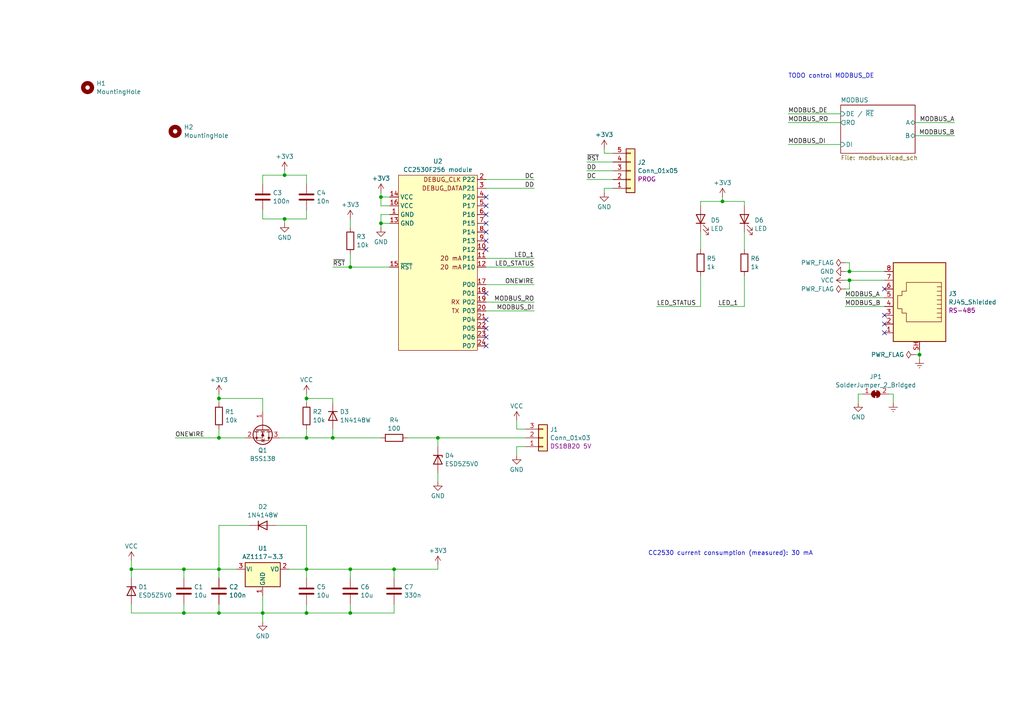
<source format=kicad_sch>
(kicad_sch (version 20230121) (generator eeschema)
  (paper "A4")
  (lib_symbols
    (symbol "Connector:RJ45_Shielded" (pin_names (offset 1.016))
      (property "Reference" "J" (at -5.08 13.97 0))
      (property "Value" "RJ45_Shielded" (at 2.54 13.97 0))
      (symbol "RJ45_Shielded_0_1"
        (polyline (pts (xy -5.08 4.445) (xy -6.35 4.445)))
        (polyline (pts (xy -5.08 5.715) (xy -6.35 5.715)))
        (polyline (pts (xy -6.35 -3.175) (xy -5.08 -3.175) (xy -5.08 -3.175)))
        (polyline (pts (xy -6.35 -1.905) (xy -5.08 -1.905) (xy -5.08 -1.905)))
        (polyline (pts (xy -6.35 -0.635) (xy -5.08 -0.635) (xy -5.08 -0.635)))
        (polyline (pts (xy -6.35 0.635) (xy -5.08 0.635) (xy -5.08 0.635)))
        (polyline (pts (xy -6.35 1.905) (xy -5.08 1.905) (xy -5.08 1.905)))
        (polyline (pts (xy -5.08 3.175) (xy -6.35 3.175) (xy -6.35 3.175)))
        (polyline (pts (xy -6.35 -4.445) (xy -6.35 6.985) (xy 3.81 6.985) (xy 3.81 4.445) (xy 5.08 4.445) (xy 5.08 3.175) (xy 6.35 3.175) (xy 6.35 -0.635) (xy 5.08 -0.635) (xy 5.08 -1.905) (xy 3.81 -1.905) (xy 3.81 -4.445) (xy -6.35 -4.445) (xy -6.35 -4.445)))
        (rectangle (start 7.62 12.7) (end -7.62 -10.16) (stroke (width 0.254)) (fill (type background)))
      )
      (symbol "RJ45_Shielded_1_1"
        (pin passive line (at 10.16 -7.62 180) (length 2.54) (name "~") (number "1"))
        (pin passive line (at 10.16 -5.08 180) (length 2.54) (name "~") (number "2"))
        (pin passive line (at 10.16 -2.54 180) (length 2.54) (name "~") (number "3"))
        (pin passive line (at 10.16 0 180) (length 2.54) (name "~") (number "4"))
        (pin passive line (at 10.16 2.54 180) (length 2.54) (name "~") (number "5"))
        (pin passive line (at 10.16 5.08 180) (length 2.54) (name "~") (number "6"))
        (pin passive line (at 10.16 7.62 180) (length 2.54) (name "~") (number "7"))
        (pin passive line (at 10.16 10.16 180) (length 2.54) (name "~") (number "8"))
        (pin passive line (at 0 -12.7 90) (length 2.54) (name "~") (number "SH"))
      )
    )
    (symbol "Connector_Generic:Conn_01x03" (pin_names (offset 1.016) hide)
      (property "Reference" "J" (at 0 5.08 0))
      (property "Value" "Conn_01x03" (at 0 -5.08 0))
      (symbol "Conn_01x03_1_1"
        (rectangle (start -1.27 -2.413) (end 0 -2.667) (stroke (width 0.1524)))
        (rectangle (start -1.27 0.127) (end 0 -0.127) (stroke (width 0.1524)))
        (rectangle (start -1.27 2.667) (end 0 2.413) (stroke (width 0.1524)))
        (rectangle (start -1.27 3.81) (end 1.27 -3.81) (stroke (width 0.254)) (fill (type background)))
        (pin passive line (at -5.08 2.54 0) (length 3.81) (name "Pin_1") (number "1"))
        (pin passive line (at -5.08 0 0) (length 3.81) (name "Pin_2") (number "2"))
        (pin passive line (at -5.08 -2.54 0) (length 3.81) (name "Pin_3") (number "3"))
      )
    )
    (symbol "Connector_Generic:Conn_01x05" (pin_names (offset 1.016) hide)
      (property "Reference" "J" (at 0 7.62 0))
      (property "Value" "Conn_01x05" (at 0 -7.62 0))
      (symbol "Conn_01x05_1_1"
        (rectangle (start -1.27 -4.953) (end 0 -5.207) (stroke (width 0.1524)))
        (rectangle (start -1.27 -2.413) (end 0 -2.667) (stroke (width 0.1524)))
        (rectangle (start -1.27 0.127) (end 0 -0.127) (stroke (width 0.1524)))
        (rectangle (start -1.27 2.667) (end 0 2.413) (stroke (width 0.1524)))
        (rectangle (start -1.27 5.207) (end 0 4.953) (stroke (width 0.1524)))
        (rectangle (start -1.27 6.35) (end 1.27 -6.35) (stroke (width 0.254)) (fill (type background)))
        (pin passive line (at -5.08 5.08 0) (length 3.81) (name "Pin_1") (number "1"))
        (pin passive line (at -5.08 2.54 0) (length 3.81) (name "Pin_2") (number "2"))
        (pin passive line (at -5.08 0 0) (length 3.81) (name "Pin_3") (number "3"))
        (pin passive line (at -5.08 -2.54 0) (length 3.81) (name "Pin_4") (number "4"))
        (pin passive line (at -5.08 -5.08 0) (length 3.81) (name "Pin_5") (number "5"))
      )
    )
    (symbol "Device:C" (pin_numbers hide) (pin_names (offset 0.254))
      (property "Reference" "C" (at 0.635 2.54 0))
      (property "Value" "C" (at 0.635 -2.54 0))
      (symbol "C_0_1"
        (polyline (pts (xy -2.032 -0.762) (xy 2.032 -0.762)) (stroke (width 0.508)))
        (polyline (pts (xy -2.032 0.762) (xy 2.032 0.762)) (stroke (width 0.508)))
      )
      (symbol "C_1_1"
        (pin passive line (at 0 3.81 270) (length 2.794) (name "~") (number "1"))
        (pin passive line (at 0 -3.81 90) (length 2.794) (name "~") (number "2"))
      )
    )
    (symbol "Device:LED" (pin_numbers hide) (pin_names (offset 1.016) hide)
      (property "Reference" "D" (at 0 2.54 0))
      (property "Value" "LED" (at 0 -2.54 0))
      (symbol "LED_0_1"
        (polyline (pts (xy -1.27 -1.27) (xy -1.27 1.27)) (stroke (width 0.254)))
        (polyline (pts (xy -1.27 0) (xy 1.27 0)))
        (polyline (pts (xy 1.27 -1.27) (xy 1.27 1.27) (xy -1.27 0) (xy 1.27 -1.27)) (stroke (width 0.254)))
        (polyline (pts (xy -3.048 -0.762) (xy -4.572 -2.286) (xy -3.81 -2.286) (xy -4.572 -2.286) (xy -4.572 -1.524)))
        (polyline (pts (xy -1.778 -0.762) (xy -3.302 -2.286) (xy -2.54 -2.286) (xy -3.302 -2.286) (xy -3.302 -1.524)))
      )
      (symbol "LED_1_1"
        (pin passive line (at -3.81 0 0) (length 2.54) (name "K") (number "1"))
        (pin passive line (at 3.81 0 180) (length 2.54) (name "A") (number "2"))
      )
    )
    (symbol "Device:R" (pin_numbers hide) (pin_names (offset 0))
      (property "Reference" "R" (at 2.032 0 90))
      (property "Value" "R" (at 0 0 90))
      (symbol "R_0_1"
        (rectangle (start -1.016 -2.54) (end 1.016 2.54) (stroke (width 0.254)))
      )
      (symbol "R_1_1"
        (pin passive line (at 0 3.81 270) (length 1.27) (name "~") (number "1"))
        (pin passive line (at 0 -3.81 90) (length 1.27) (name "~") (number "2"))
      )
    )
    (symbol "Diode:1N4148W" (pin_numbers hide) (pin_names hide)
      (property "Reference" "D" (at 0 2.54 0))
      (property "Value" "1N4148W" (at 0 -2.54 0))
      (symbol "1N4148W_0_1"
        (polyline (pts (xy -1.27 1.27) (xy -1.27 -1.27)) (stroke (width 0.254)))
        (polyline (pts (xy 1.27 0) (xy -1.27 0)))
        (polyline (pts (xy 1.27 1.27) (xy 1.27 -1.27) (xy -1.27 0) (xy 1.27 1.27)) (stroke (width 0.254)))
      )
      (symbol "1N4148W_1_1"
        (pin passive line (at -3.81 0 0) (length 2.54) (name "K") (number "1"))
        (pin passive line (at 3.81 0 180) (length 2.54) (name "A") (number "2"))
      )
    )
    (symbol "Diode:ESD5Zxx" (pin_numbers hide) (pin_names hide)
      (property "Reference" "D" (at 0 2.54 0))
      (property "Value" "ESD5Zxx" (at 0 -2.54 0))
      (symbol "ESD5Zxx_0_1"
        (polyline (pts (xy 1.27 0) (xy -1.27 0)))
        (polyline (pts (xy -1.27 -1.27) (xy -1.27 1.27) (xy -0.762 1.27)) (stroke (width 0.254)))
        (polyline (pts (xy 1.27 -1.27) (xy 1.27 1.27) (xy -1.27 0) (xy 1.27 -1.27)) (stroke (width 0.254)))
      )
      (symbol "ESD5Zxx_1_1"
        (pin passive line (at -3.81 0 0) (length 2.54) (name "K") (number "1"))
        (pin passive line (at 3.81 0 180) (length 2.54) (name "A") (number "2"))
      )
    )
    (symbol "Jumper:SolderJumper_2_Bridged" (pin_names (offset 0) hide)
      (property "Reference" "JP" (at 0 2.032 0))
      (property "Value" "SolderJumper_2_Bridged" (at 0 -2.54 0))
      (symbol "SolderJumper_2_Bridged_0_1"
        (rectangle (start -0.508 0.508) (end 0.508 -0.508) (fill (type outline)))
        (arc (start -0.254 1.016) (mid -1.2656 0) (end -0.254 -1.016))
        (arc (start -0.254 1.016) (mid -1.2656 0) (end -0.254 -1.016) (fill (type outline)))
        (polyline (pts (xy -0.254 1.016) (xy -0.254 -1.016)))
        (polyline (pts (xy 0.254 1.016) (xy 0.254 -1.016)))
        (arc (start 0.254 -1.016) (mid 1.2656 0) (end 0.254 1.016))
        (arc (start 0.254 -1.016) (mid 1.2656 0) (end 0.254 1.016) (fill (type outline)))
      )
      (symbol "SolderJumper_2_Bridged_1_1"
        (pin passive line (at -3.81 0 0) (length 2.54) (name "A") (number "1"))
        (pin passive line (at 3.81 0 180) (length 2.54) (name "B") (number "2"))
      )
    )
    (symbol "Mechanical:MountingHole" (pin_names (offset 1.016))
      (property "Reference" "H" (at 0 5.08 0))
      (property "Value" "MountingHole" (at 0 3.175 0))
      (symbol "MountingHole_0_1"
        (circle (center 0 0) (radius 1.27) (stroke (width 1.27)))
      )
    )
    (symbol "Regulator_Linear:AZ1117-3.3" (pin_names (offset 0.254))
      (property "Reference" "U" (at -3.81 3.175 0))
      (property "Value" "AZ1117-3.3" (at 0 3.175 0))
      (symbol "AZ1117-3.3_0_1"
        (rectangle (start -5.08 1.905) (end 5.08 -5.08) (stroke (width 0.254)) (fill (type background)))
      )
      (symbol "AZ1117-3.3_1_1"
        (pin power_in line (at 0 -7.62 90) (length 2.54) (name "GND") (number "1"))
        (pin power_out line (at 7.62 0 180) (length 2.54) (name "VO") (number "2"))
        (pin power_in line (at -7.62 0 0) (length 2.54) (name "VI") (number "3"))
      )
    )
    (symbol "Transistor_FET:BSS138" (pin_names hide)
      (property "Reference" "Q" (at 5.08 1.905 0))
      (property "Value" "BSS138" (at 5.08 0 0))
      (symbol "BSS138_0_1"
        (polyline (pts (xy 0.254 0) (xy -2.54 0)))
        (polyline (pts (xy 0.254 1.905) (xy 0.254 -1.905)) (stroke (width 0.254)))
        (polyline (pts (xy 0.762 -1.27) (xy 0.762 -2.286)) (stroke (width 0.254)))
        (polyline (pts (xy 0.762 0.508) (xy 0.762 -0.508)) (stroke (width 0.254)))
        (polyline (pts (xy 0.762 2.286) (xy 0.762 1.27)) (stroke (width 0.254)))
        (polyline (pts (xy 2.54 2.54) (xy 2.54 1.778)))
        (polyline (pts (xy 2.54 -2.54) (xy 2.54 0) (xy 0.762 0)))
        (polyline (pts (xy 0.762 -1.778) (xy 3.302 -1.778) (xy 3.302 1.778) (xy 0.762 1.778)))
        (polyline (pts (xy 1.016 0) (xy 2.032 0.381) (xy 2.032 -0.381) (xy 1.016 0)) (fill (type outline)))
        (polyline (pts (xy 2.794 0.508) (xy 2.921 0.381) (xy 3.683 0.381) (xy 3.81 0.254)))
        (polyline (pts (xy 3.302 0.381) (xy 2.921 -0.254) (xy 3.683 -0.254) (xy 3.302 0.381)))
        (circle (center 1.651 0) (radius 2.794) (stroke (width 0.254)))
        (circle (center 2.54 -1.778) (radius 0.254) (fill (type outline)))
        (circle (center 2.54 1.778) (radius 0.254) (fill (type outline)))
      )
      (symbol "BSS138_1_1"
        (pin input line (at -5.08 0 0) (length 2.54) (name "G") (number "1"))
        (pin passive line (at 2.54 -5.08 90) (length 2.54) (name "S") (number "2"))
        (pin passive line (at 2.54 5.08 270) (length 2.54) (name "D") (number "3"))
      )
    )
    (symbol "ondra:CC2530F256_module"
      (property "Reference" "U" (at 0 29.21 0))
      (property "Value" "CC2530F256 module" (at 0 26.67 0))
      (symbol "CC2530F256_module_1_1"
        (rectangle (start -11.43 25.4) (end 11.43 -25.4) (fill (type background)))
        (text "20 mA" (at 3.81 -1.27 0) (effects (font (size 1.27 1.27))))
        (text "20 mA" (at 3.81 1.27 0) (effects (font (size 1.27 1.27))))
        (text "DEBUG_CLK" (at 1.27 24.13 0) (effects (font (size 1.27 1.27))))
        (text "DEBUG_DATA" (at 1.27 21.59 0) (effects (font (size 1.27 1.27))))
        (text "RX" (at 5.08 -11.43 0) (effects (font (size 1.27 1.27))))
        (text "TX" (at 5.08 -13.97 0) (effects (font (size 1.27 1.27))))
        (pin power_in line (at -13.97 13.97 0) (length 2.54) (name "GND") (number "1"))
        (pin bidirectional line (at 13.97 3.81 180) (length 2.54) (name "P12") (number "10"))
        (pin bidirectional line (at 13.97 1.27 180) (length 2.54) (name "P11") (number "11"))
        (pin bidirectional line (at 13.97 -1.27 180) (length 2.54) (name "P10") (number "12"))
        (pin power_in line (at -13.97 11.43 0) (length 2.54) (name "GND") (number "13"))
        (pin power_in line (at -13.97 19.05 0) (length 2.54) (name "VCC") (number "14"))
        (pin input line (at -13.97 -1.27 0) (length 2.54) (name "~{RST}") (number "15"))
        (pin power_in line (at -13.97 16.51 0) (length 2.54) (name "VCC") (number "16"))
        (pin bidirectional line (at 13.97 -6.35 180) (length 2.54) (name "P00") (number "17"))
        (pin bidirectional line (at 13.97 -8.89 180) (length 2.54) (name "P01") (number "18"))
        (pin bidirectional line (at 13.97 -11.43 180) (length 2.54) (name "P02") (number "19"))
        (pin bidirectional line (at 13.97 24.13 180) (length 2.54) (name "P22") (number "2"))
        (pin bidirectional line (at 13.97 -13.97 180) (length 2.54) (name "P03") (number "20"))
        (pin bidirectional line (at 13.97 -16.51 180) (length 2.54) (name "P04") (number "21"))
        (pin bidirectional line (at 13.97 -19.05 180) (length 2.54) (name "P05") (number "22"))
        (pin bidirectional line (at 13.97 -21.59 180) (length 2.54) (name "P06") (number "23"))
        (pin bidirectional line (at 13.97 -24.13 180) (length 2.54) (name "P07") (number "24"))
        (pin bidirectional line (at 13.97 21.59 180) (length 2.54) (name "P21") (number "3"))
        (pin bidirectional line (at 13.97 19.05 180) (length 2.54) (name "P20") (number "4"))
        (pin bidirectional line (at 13.97 16.51 180) (length 2.54) (name "P17") (number "5"))
        (pin bidirectional line (at 13.97 13.97 180) (length 2.54) (name "P16") (number "6"))
        (pin bidirectional line (at 13.97 11.43 180) (length 2.54) (name "P15") (number "7"))
        (pin bidirectional line (at 13.97 8.89 180) (length 2.54) (name "P14") (number "8"))
        (pin bidirectional line (at 13.97 6.35 180) (length 2.54) (name "P13") (number "9"))
      )
    )
    (symbol "power:+3V3" (power) (pin_names (offset 0))
      (property "Value" "+3V3" (at 0 3.556 0))
      (symbol "+3V3_0_1"
        (polyline (pts (xy -0.762 1.27) (xy 0 2.54)))
        (polyline (pts (xy 0 0) (xy 0 2.54)))
        (polyline (pts (xy 0 2.54) (xy 0.762 1.27)))
      )
      (symbol "+3V3_1_1"
        (pin power_in line (at 0 0 90) (length 0) hide (name "+3V3") (number "1"))
      )
    )
    (symbol "power:Earth" (power) (pin_names (offset 0))
      (symbol "Earth_0_1"
        (polyline (pts (xy -0.635 -1.905) (xy 0.635 -1.905)))
        (polyline (pts (xy -0.127 -2.54) (xy 0.127 -2.54)))
        (polyline (pts (xy 0 -1.27) (xy 0 0)))
        (polyline (pts (xy 1.27 -1.27) (xy -1.27 -1.27)))
      )
      (symbol "Earth_1_1"
        (pin power_in line (at 0 0 270) (length 0) hide (name "Earth") (number "1"))
      )
    )
    (symbol "power:GND" (power) (pin_names (offset 0))
      (property "Value" "GND" (at 0 -3.81 0))
      (symbol "GND_0_1"
        (polyline (pts (xy 0 0) (xy 0 -1.27) (xy 1.27 -1.27) (xy 0 -2.54) (xy -1.27 -1.27) (xy 0 -1.27)))
      )
      (symbol "GND_1_1"
        (pin power_in line (at 0 0 270) (length 0) hide (name "GND") (number "1"))
      )
    )
    (symbol "power:PWR_FLAG" (power) (pin_numbers hide) (pin_names (offset 0) hide)
      (property "Value" "PWR_FLAG" (at 0 3.81 0))
      (symbol "PWR_FLAG_0_0"
        (pin power_out line (at 0 0 90) (length 0) (name "pwr") (number "1"))
      )
      (symbol "PWR_FLAG_0_1"
        (polyline (pts (xy 0 0) (xy 0 1.27) (xy -1.016 1.905) (xy 0 2.54) (xy 1.016 1.905) (xy 0 1.27)))
      )
    )
    (symbol "power:VCC" (power) (pin_names (offset 0))
      (property "Value" "VCC" (at 0 3.81 0))
      (symbol "VCC_0_1"
        (polyline (pts (xy -0.762 1.27) (xy 0 2.54)))
        (polyline (pts (xy 0 0) (xy 0 2.54)))
        (polyline (pts (xy 0 2.54) (xy 0.762 1.27)))
      )
      (symbol "VCC_1_1"
        (pin power_in line (at 0 0 90) (length 0) hide (name "VCC") (number "1"))
      )
    )
  )
  (junction (at 63.5 177.8))
  (junction (at 53.34 165.1))
  (junction (at 110.49 57.15))
  (junction (at 63.5 115.57))
  (junction (at 82.55 63.5))
  (junction (at 88.9 115.57))
  (junction (at 110.49 64.77))
  (junction (at 82.55 50.8))
  (junction (at 38.1 165.1))
  (junction (at 266.7 102.87))
  (junction (at 88.9 127))
  (junction (at 114.3 165.1))
  (junction (at 101.6 165.1))
  (junction (at 53.34 177.8))
  (junction (at 88.9 177.8))
  (junction (at 76.2 177.8))
  (junction (at 127 127))
  (junction (at 96.52 127))
  (junction (at 246.38 81.28))
  (junction (at 63.5 165.1))
  (junction (at 209.55 58.42))
  (junction (at 63.5 127))
  (junction (at 101.6 177.8))
  (junction (at 246.38 78.74))
  (junction (at 88.9 165.1))
  (junction (at 101.6 77.47))
  (no_connect (at 140.97 59.69))
  (no_connect (at 140.97 95.25))
  (no_connect (at 140.97 85.09))
  (no_connect (at 140.97 92.71))
  (no_connect (at 256.54 83.82))
  (no_connect (at 140.97 100.33))
  (no_connect (at 140.97 62.23))
  (no_connect (at 140.97 72.39))
  (no_connect (at 256.54 91.44))
  (no_connect (at 256.54 93.98))
  (no_connect (at 256.54 96.52))
  (no_connect (at 140.97 97.79))
  (no_connect (at 140.97 64.77))
  (no_connect (at 140.97 69.85))
  (no_connect (at 140.97 57.15))
  (no_connect (at 140.97 67.31))
  (wire (pts (xy 149.86 132.08) (xy 149.86 129.54)))
  (wire (pts (xy 245.11 78.74) (xy 246.38 78.74)))
  (wire (pts (xy 208.28 88.9) (xy 215.9 88.9)))
  (wire (pts (xy 140.97 54.61) (xy 154.94 54.61)))
  (wire (pts (xy 140.97 82.55) (xy 154.94 82.55)))
  (wire (pts (xy 149.86 121.92) (xy 149.86 124.46)))
  (wire (pts (xy 246.38 83.82) (xy 246.38 81.28)))
  (wire (pts (xy 175.26 43.18) (xy 175.26 44.45)))
  (wire (pts (xy 101.6 73.66) (xy 101.6 77.47)))
  (wire (pts (xy 53.34 165.1) (xy 53.34 167.64)))
  (wire (pts (xy 88.9 165.1) (xy 88.9 167.64)))
  (wire (pts (xy 96.52 116.84) (xy 96.52 115.57)))
  (wire (pts (xy 101.6 165.1) (xy 101.6 167.64)))
  (wire (pts (xy 63.5 124.46) (xy 63.5 127)))
  (wire (pts (xy 140.97 90.17) (xy 154.94 90.17)))
  (wire (pts (xy 140.97 52.07) (xy 154.94 52.07)))
  (wire (pts (xy 63.5 114.3) (xy 63.5 115.57)))
  (wire (pts (xy 76.2 115.57) (xy 63.5 115.57)))
  (wire (pts (xy 203.2 67.31) (xy 203.2 72.39)))
  (wire (pts (xy 175.26 55.88) (xy 175.26 54.61)))
  (wire (pts (xy 96.52 115.57) (xy 88.9 115.57)))
  (wire (pts (xy 170.18 49.53) (xy 177.8 49.53)))
  (wire (pts (xy 88.9 63.5) (xy 88.9 60.96)))
  (wire (pts (xy 88.9 127) (xy 96.52 127)))
  (wire (pts (xy 140.97 87.63) (xy 154.94 87.63)))
  (wire (pts (xy 190.5 88.9) (xy 203.2 88.9)))
  (wire (pts (xy 175.26 44.45) (xy 177.8 44.45)))
  (wire (pts (xy 76.2 60.96) (xy 76.2 63.5)))
  (wire (pts (xy 101.6 63.5) (xy 101.6 66.04)))
  (wire (pts (xy 101.6 77.47) (xy 113.03 77.47)))
  (wire (pts (xy 63.5 115.57) (xy 63.5 116.84)))
  (wire (pts (xy 246.38 78.74) (xy 256.54 78.74)))
  (wire (pts (xy 114.3 175.26) (xy 114.3 177.8)))
  (wire (pts (xy 140.97 77.47) (xy 154.94 77.47)))
  (wire (pts (xy 245.11 76.2) (xy 246.38 76.2)))
  (wire (pts (xy 170.18 46.99) (xy 177.8 46.99)))
  (wire (pts (xy 113.03 59.69) (xy 110.49 59.69)))
  (wire (pts (xy 149.86 124.46) (xy 152.4 124.46)))
  (wire (pts (xy 63.5 152.4) (xy 63.5 165.1)))
  (wire (pts (xy 63.5 177.8) (xy 76.2 177.8)))
  (wire (pts (xy 50.8 127) (xy 63.5 127)))
  (wire (pts (xy 265.43 39.37) (xy 276.86 39.37)))
  (wire (pts (xy 110.49 57.15) (xy 113.03 57.15)))
  (wire (pts (xy 228.6 41.91) (xy 243.84 41.91)))
  (wire (pts (xy 110.49 64.77) (xy 110.49 62.23)))
  (wire (pts (xy 203.2 88.9) (xy 203.2 80.01)))
  (wire (pts (xy 245.11 81.28) (xy 246.38 81.28)))
  (wire (pts (xy 114.3 177.8) (xy 101.6 177.8)))
  (wire (pts (xy 127 165.1) (xy 114.3 165.1)))
  (wire (pts (xy 96.52 77.47) (xy 101.6 77.47)))
  (wire (pts (xy 209.55 58.42) (xy 203.2 58.42)))
  (wire (pts (xy 80.01 152.4) (xy 88.9 152.4)))
  (wire (pts (xy 245.11 86.36) (xy 256.54 86.36)))
  (wire (pts (xy 114.3 165.1) (xy 101.6 165.1)))
  (wire (pts (xy 215.9 58.42) (xy 209.55 58.42)))
  (wire (pts (xy 248.92 114.3) (xy 250.19 114.3)))
  (wire (pts (xy 127 163.83) (xy 127 165.1)))
  (wire (pts (xy 209.55 57.15) (xy 209.55 58.42)))
  (wire (pts (xy 76.2 50.8) (xy 82.55 50.8)))
  (wire (pts (xy 76.2 172.72) (xy 76.2 177.8)))
  (wire (pts (xy 63.5 175.26) (xy 63.5 177.8)))
  (wire (pts (xy 265.43 35.56) (xy 276.86 35.56)))
  (wire (pts (xy 228.6 33.02) (xy 243.84 33.02)))
  (wire (pts (xy 127 137.16) (xy 127 139.7)))
  (wire (pts (xy 203.2 58.42) (xy 203.2 59.69)))
  (wire (pts (xy 127 129.54) (xy 127 127)))
  (wire (pts (xy 53.34 165.1) (xy 63.5 165.1)))
  (wire (pts (xy 127 127) (xy 152.4 127)))
  (wire (pts (xy 96.52 127) (xy 110.49 127)))
  (wire (pts (xy 246.38 76.2) (xy 246.38 78.74)))
  (wire (pts (xy 76.2 177.8) (xy 76.2 180.34)))
  (wire (pts (xy 88.9 177.8) (xy 76.2 177.8)))
  (wire (pts (xy 53.34 175.26) (xy 53.34 177.8)))
  (wire (pts (xy 81.28 127) (xy 88.9 127)))
  (wire (pts (xy 53.34 177.8) (xy 63.5 177.8)))
  (wire (pts (xy 88.9 165.1) (xy 83.82 165.1)))
  (wire (pts (xy 110.49 59.69) (xy 110.49 57.15)))
  (wire (pts (xy 175.26 54.61) (xy 177.8 54.61)))
  (wire (pts (xy 245.11 88.9) (xy 256.54 88.9)))
  (wire (pts (xy 101.6 177.8) (xy 88.9 177.8)))
  (wire (pts (xy 88.9 50.8) (xy 88.9 53.34)))
  (wire (pts (xy 215.9 67.31) (xy 215.9 72.39)))
  (wire (pts (xy 246.38 81.28) (xy 256.54 81.28)))
  (wire (pts (xy 140.97 74.93) (xy 154.94 74.93)))
  (wire (pts (xy 228.6 35.56) (xy 243.84 35.56)))
  (wire (pts (xy 82.55 63.5) (xy 88.9 63.5)))
  (wire (pts (xy 38.1 162.56) (xy 38.1 165.1)))
  (wire (pts (xy 113.03 64.77) (xy 110.49 64.77)))
  (wire (pts (xy 266.7 101.6) (xy 266.7 102.87)))
  (wire (pts (xy 38.1 177.8) (xy 53.34 177.8)))
  (wire (pts (xy 38.1 165.1) (xy 38.1 167.64)))
  (wire (pts (xy 38.1 165.1) (xy 53.34 165.1)))
  (wire (pts (xy 215.9 88.9) (xy 215.9 80.01)))
  (wire (pts (xy 110.49 64.77) (xy 110.49 66.04)))
  (wire (pts (xy 72.39 152.4) (xy 63.5 152.4)))
  (wire (pts (xy 63.5 167.64) (xy 63.5 165.1)))
  (wire (pts (xy 88.9 115.57) (xy 88.9 116.84)))
  (wire (pts (xy 88.9 152.4) (xy 88.9 165.1)))
  (wire (pts (xy 266.7 102.87) (xy 266.7 104.14)))
  (wire (pts (xy 149.86 129.54) (xy 152.4 129.54)))
  (wire (pts (xy 215.9 59.69) (xy 215.9 58.42)))
  (wire (pts (xy 82.55 50.8) (xy 88.9 50.8)))
  (wire (pts (xy 38.1 175.26) (xy 38.1 177.8)))
  (wire (pts (xy 82.55 63.5) (xy 82.55 64.77)))
  (wire (pts (xy 259.08 114.3) (xy 257.81 114.3)))
  (wire (pts (xy 127 127) (xy 118.11 127)))
  (wire (pts (xy 259.08 116.84) (xy 259.08 114.3)))
  (wire (pts (xy 110.49 62.23) (xy 113.03 62.23)))
  (wire (pts (xy 114.3 165.1) (xy 114.3 167.64)))
  (wire (pts (xy 248.92 116.84) (xy 248.92 114.3)))
  (wire (pts (xy 76.2 53.34) (xy 76.2 50.8)))
  (wire (pts (xy 76.2 115.57) (xy 76.2 119.38)))
  (wire (pts (xy 88.9 175.26) (xy 88.9 177.8)))
  (wire (pts (xy 63.5 127) (xy 71.12 127)))
  (wire (pts (xy 245.11 83.82) (xy 246.38 83.82)))
  (wire (pts (xy 96.52 124.46) (xy 96.52 127)))
  (wire (pts (xy 265.43 102.87) (xy 266.7 102.87)))
  (wire (pts (xy 110.49 55.88) (xy 110.49 57.15)))
  (wire (pts (xy 88.9 127) (xy 88.9 124.46)))
  (wire (pts (xy 170.18 52.07) (xy 177.8 52.07)))
  (wire (pts (xy 101.6 165.1) (xy 88.9 165.1)))
  (wire (pts (xy 88.9 114.3) (xy 88.9 115.57)))
  (wire (pts (xy 101.6 175.26) (xy 101.6 177.8)))
  (wire (pts (xy 63.5 165.1) (xy 68.58 165.1)))
  (wire (pts (xy 82.55 49.53) (xy 82.55 50.8)))
  (wire (pts (xy 76.2 63.5) (xy 82.55 63.5)))
  (text "TODO control MODBUS_DE" (at 228.6 22.86 0) (effects (font (size 1.27 1.27)) (justify left bottom)))
  (text "CC2530 current consumption (measured): 30 mA" (at 187.96 161.29 0) (effects (font (size 1.27 1.27)) (justify left bottom)))
  (label "MODBUS_DE" (at 228.6 33.02 0))
  (label "MODBUS_RO" (at 228.6 35.56 0))
  (label "MODBUS_DI" (at 154.94 90.17 180))
  (label "DD" (at 170.18 49.53 0))
  (label "MODBUS_RO" (at 154.94 87.63 180))
  (label "MODBUS_DI" (at 228.6 41.91 0))
  (label "~{RST}" (at 96.52 77.47 0))
  (label "LED_STATUS" (at 154.94 77.47 180))
  (label "~{RST}" (at 170.18 46.99 0))
  (label "ONEWIRE" (at 50.8 127 0))
  (label "MODBUS_A" (at 276.86 35.56 180))
  (label "MODBUS_B" (at 276.86 39.37 180))
  (label "LED_STATUS" (at 190.5 88.9 0))
  (label "ONEWIRE" (at 154.94 82.55 180))
  (label "DC" (at 170.18 52.07 0))
  (label "LED_1" (at 154.94 74.93 180))
  (label "MODBUS_B" (at 245.11 88.9 0))
  (label "MODBUS_A" (at 245.11 86.36 0))
  (label "LED_1" (at 208.28 88.9 0))
  (label "DD" (at 154.94 54.61 180))
  (label "DC" (at 154.94 52.07 180))
  (symbol (lib_id "power:PWR_FLAG") (at 245.11 76.2 90) (unit 1)
    (property "Reference" "#FLG01" (effects hide))
    (property "Value" "PWR_FLAG" (at 241.9351 76.2 90) (effects (justify left)))
  )
  (symbol (lib_id "power:GND") (at 82.55 64.77 0) (unit 1)
    (property "Reference" "#PWR05" (effects hide))
    (property "Value" "GND" (at 82.55 68.9031 0))
  )
  (symbol (lib_id "Jumper:SolderJumper_2_Bridged") (at 254 114.3 0) (unit 1)
    (property "Reference" "JP1" (at 254 109.2667 0))
    (property "Value" "SolderJumper_2_Bridged" (at 254 111.6909 0))
    (property "Footprint" "Jumper:SolderJumper-2_P1.3mm_Bridged_RoundedPad1.0x1.5mm" (effects hide))
  )
  (symbol (lib_id "power:Earth") (at 266.7 104.14 0) (unit 1)
    (property "Reference" "#PWR021" (effects hide))
    (property "Value" "Earth" (effects hide))
  )
  (symbol (lib_id "power:+3V3") (at 110.49 55.88 0) (unit 1)
    (property "Reference" "#PWR08" (effects hide))
    (property "Value" "+3V3" (at 110.49 51.7469 0))
  )
  (symbol (lib_id "Diode:1N4148W") (at 76.2 152.4 0) (unit 1)
    (property "Reference" "D2" (at 76.2 146.9857 0))
    (property "Value" "1N4148W" (at 76.2 149.4099 0))
    (property "Footprint" "Diode_SMD:D_SOD-123" (effects hide))
    (property "Datasheet" "https://www.vishay.com/docs/85748/1n4148w.pdf" (effects hide))
    (property "Sim.Device" "D" (effects hide))
    (property "Sim.Pins" "1=K 2=A" (effects hide))
  )
  (symbol (lib_id "Device:LED") (at 203.2 63.5 90) (unit 1)
    (property "Reference" "D5" (at 206.121 63.8754 90) (effects (justify right)))
    (property "Value" "LED" (at 206.121 66.2996 90) (effects (justify right)))
    (property "Footprint" "LED_THT:LED_D3.0mm" (effects hide))
  )
  (symbol (lib_id "Device:R") (at 114.3 127 90) (unit 1)
    (property "Reference" "R4" (at 114.3 121.8397 90))
    (property "Value" "100" (at 114.3 124.2639 90))
    (property "Footprint" "Resistor_SMD:R_1206_3216Metric_Pad1.30x1.75mm_HandSolder" (effects hide))
  )
  (symbol (lib_id "power:VCC") (at 38.1 162.56 0) (unit 1)
    (property "Reference" "#PWR01" (effects hide))
    (property "Value" "VCC" (at 38.1 158.4269 0))
  )
  (symbol (lib_id "power:PWR_FLAG") (at 265.43 102.87 90) (unit 1)
    (property "Reference" "#FLG03" (effects hide))
    (property "Value" "PWR_FLAG" (at 262.2551 102.87 90) (effects (justify left)))
  )
  (symbol (lib_id "Connector_Generic:Conn_01x03") (at 157.48 127 0) (mirror x) (unit 1)
    (property "Reference" "J1" (at 159.512 124.5758 0) (effects (justify left)))
    (property "Value" "Conn_01x03" (at 159.512 127 0) (effects (justify left)))
    (property "Footprint" "Connector_Molex:Molex_KK-254_AE-6410-03A_1x03_P2.54mm_Vertical" (effects hide))
    (property "Label" "DS18B20 5V" (at 159.512 129.4242 0) (effects (justify left)))
  )
  (symbol (lib_id "Connector:RJ45_Shielded") (at 266.7 88.9 0) (mirror y) (unit 1)
    (property "Reference" "J3" (at 275.082 85.2058 0) (effects (justify right)))
    (property "Value" "RJ45_Shielded" (at 275.082 87.63 0) (effects (justify right)))
    (property "Footprint" "Connector_RJ:RJ45_HALO_HFJ11-x2450HRL_Horizontal" (effects hide))
    (property "Label" "RS-485" (at 275.082 90.0542 0) (effects (justify right)))
  )
  (symbol (lib_id "Connector_Generic:Conn_01x05") (at 182.88 49.53 0) (mirror x) (unit 1)
    (property "Reference" "J2" (at 184.912 47.1058 0) (effects (justify left)))
    (property "Value" "Conn_01x05" (at 184.912 49.53 0) (effects (justify left)))
    (property "Footprint" "Connector_Molex:Molex_KK-254_AE-6410-05A_1x05_P2.54mm_Vertical" (effects hide))
    (property "Label" "PROG" (at 184.912 51.9542 0) (effects (justify left)))
  )
  (symbol (lib_id "Device:C") (at 76.2 57.15 0) (unit 1)
    (property "Reference" "C3" (at 79.121 55.9379 0) (effects (justify left)))
    (property "Value" "100n" (at 79.121 58.3621 0) (effects (justify left)))
    (property "Footprint" "Capacitor_SMD:C_1206_3216Metric_Pad1.33x1.80mm_HandSolder" (effects hide))
  )
  (symbol (lib_id "power:VCC") (at 245.11 81.28 90) (unit 1)
    (property "Reference" "#PWR018" (effects hide))
    (property "Value" "VCC" (at 241.935 81.28 90) (effects (justify left)))
  )
  (symbol (lib_id "power:VCC") (at 88.9 114.3 0) (unit 1)
    (property "Reference" "#PWR06" (effects hide))
    (property "Value" "VCC" (at 88.9 110.1669 0))
  )
  (symbol (lib_id "power:GND") (at 76.2 180.34 0) (unit 1)
    (property "Reference" "#PWR03" (effects hide))
    (property "Value" "GND" (at 76.2 184.4731 0))
  )
  (symbol (lib_id "power:GND") (at 149.86 132.08 0) (unit 1)
    (property "Reference" "#PWR013" (effects hide))
    (property "Value" "GND" (at 149.86 136.2131 0))
  )
  (symbol (lib_id "Device:R") (at 215.9 76.2 0) (unit 1)
    (property "Reference" "R6" (at 217.678 74.9879 0) (effects (justify left)))
    (property "Value" "1k" (at 217.678 77.4121 0) (effects (justify left)))
    (property "Footprint" "Resistor_SMD:R_1206_3216Metric_Pad1.30x1.75mm_HandSolder" (effects hide))
  )
  (symbol (lib_id "Device:LED") (at 215.9 63.5 90) (unit 1)
    (property "Reference" "D6" (at 218.821 63.8754 90) (effects (justify right)))
    (property "Value" "LED" (at 218.821 66.2996 90) (effects (justify right)))
    (property "Footprint" "LED_THT:LED_D3.0mm" (effects hide))
  )
  (symbol (lib_id "Mechanical:MountingHole") (at 50.8 38.1 0) (unit 1)
    (property "Reference" "H2" (at 53.34 36.8879 0) (effects (justify left)))
    (property "Value" "MountingHole" (at 53.34 39.3121 0) (effects (justify left)))
    (property "Footprint" "MountingHole:MountingHole_3.2mm_M3" (effects hide))
  )
  (symbol (lib_id "ondra:CC2530F256_module") (at 127 76.2 0) (unit 1)
    (property "Reference" "U2" (at 127 46.7827 0))
    (property "Value" "CC2530F256 module" (at 127 49.2069 0))
    (property "Footprint" "ondra:CC2530F256_module" (effects hide))
    (property "Datasheet" "https://www.ti.com/lit/ds/symlink/cc2530.pdf" (effects hide))
  )
  (symbol (lib_id "power:+3V3") (at 175.26 43.18 0) (unit 1)
    (property "Reference" "#PWR014" (effects hide))
    (property "Value" "+3V3" (at 175.26 39.0469 0))
  )
  (symbol (lib_id "power:GND") (at 248.92 116.84 0) (unit 1)
    (property "Reference" "#PWR019" (effects hide))
    (property "Value" "GND" (at 248.92 120.9731 0))
  )
  (symbol (lib_id "power:+3V3") (at 127 163.83 0) (unit 1)
    (property "Reference" "#PWR011" (effects hide))
    (property "Value" "+3V3" (at 127 159.6969 0))
  )
  (symbol (lib_id "Device:C") (at 88.9 57.15 0) (unit 1)
    (property "Reference" "C4" (at 91.821 55.9379 0) (effects (justify left)))
    (property "Value" "10n" (at 91.821 58.3621 0) (effects (justify left)))
    (property "Footprint" "Capacitor_SMD:C_1206_3216Metric_Pad1.33x1.80mm_HandSolder" (effects hide))
  )
  (symbol (lib_id "Device:C") (at 53.34 171.45 0) (unit 1)
    (property "Reference" "C1" (at 56.261 170.2379 0) (effects (justify left)))
    (property "Value" "10u" (at 56.261 172.6621 0) (effects (justify left)))
    (property "Footprint" "Capacitor_SMD:C_1206_3216Metric_Pad1.33x1.80mm_HandSolder" (effects hide))
  )
  (symbol (lib_id "power:GND") (at 110.49 66.04 0) (unit 1)
    (property "Reference" "#PWR09" (effects hide))
    (property "Value" "GND" (at 110.49 70.1731 0))
  )
  (symbol (lib_id "power:PWR_FLAG") (at 245.11 83.82 90) (unit 1)
    (property "Reference" "#FLG02" (effects hide))
    (property "Value" "PWR_FLAG" (at 241.9351 83.82 90) (effects (justify left)))
  )
  (symbol (lib_id "Diode:ESD5Zxx") (at 127 133.35 270) (unit 1)
    (property "Reference" "D4" (at 129.032 132.1379 90) (effects (justify left)))
    (property "Value" "ESD5Z5V0" (at 129.032 134.5621 90) (effects (justify left)))
    (property "Footprint" "Diode_SMD:D_SOD-523" (effects hide))
    (property "Datasheet" "https://www.tme.eu/Document/ce6dc2b16f15e75cb22a06d57779cb3c/esd5z2v5.pdf" (effects hide))
    (property "TME" "https://www.tme.eu/cz/details/esd5z5v0-dio/transil-diody-jednosmerne-smd/diotec-semiconductor/esd5z5v0/" (effects hide))
  )
  (symbol (lib_id "Device:C") (at 101.6 171.45 0) (unit 1)
    (property "Reference" "C6" (at 104.521 170.2379 0) (effects (justify left)))
    (property "Value" "10u" (at 104.521 172.6621 0) (effects (justify left)))
    (property "Footprint" "Capacitor_SMD:C_1206_3216Metric_Pad1.33x1.80mm_HandSolder" (effects hide))
  )
  (symbol (lib_id "power:Earth") (at 259.08 116.84 0) (unit 1)
    (property "Reference" "#PWR020" (effects hide))
    (property "Value" "Earth" (effects hide))
  )
  (symbol (lib_id "power:+3V3") (at 101.6 63.5 0) (unit 1)
    (property "Reference" "#PWR07" (effects hide))
    (property "Value" "+3V3" (at 101.6 59.3669 0))
  )
  (symbol (lib_id "Device:C") (at 88.9 171.45 0) (unit 1)
    (property "Reference" "C5" (at 91.821 170.2379 0) (effects (justify left)))
    (property "Value" "10u" (at 91.821 172.6621 0) (effects (justify left)))
    (property "Footprint" "Capacitor_SMD:C_1206_3216Metric_Pad1.33x1.80mm_HandSolder" (effects hide))
  )
  (symbol (lib_id "Mechanical:MountingHole") (at 25.4 25.4 0) (unit 1)
    (property "Reference" "H1" (at 27.94 24.1879 0) (effects (justify left)))
    (property "Value" "MountingHole" (at 27.94 26.6121 0) (effects (justify left)))
    (property "Footprint" "MountingHole:MountingHole_3.2mm_M3" (effects hide))
  )
  (symbol (lib_id "power:+3V3") (at 63.5 114.3 0) (unit 1)
    (property "Reference" "#PWR02" (effects hide))
    (property "Value" "+3V3" (at 63.5 110.1669 0))
  )
  (symbol (lib_id "power:GND") (at 127 139.7 0) (unit 1)
    (property "Reference" "#PWR010" (effects hide))
    (property "Value" "GND" (at 127 143.8331 0))
  )
  (symbol (lib_id "Diode:ESD5Zxx") (at 38.1 171.45 270) (unit 1)
    (property "Reference" "D1" (at 40.132 170.2379 90) (effects (justify left)))
    (property "Value" "ESD5Z5V0" (at 40.132 172.6621 90) (effects (justify left)))
    (property "Footprint" "Diode_SMD:D_SOD-523" (effects hide))
    (property "Datasheet" "https://www.tme.eu/Document/ce6dc2b16f15e75cb22a06d57779cb3c/esd5z2v5.pdf" (effects hide))
    (property "TME" "https://www.tme.eu/cz/details/esd5z5v0-dio/transil-diody-jednosmerne-smd/diotec-semiconductor/esd5z5v0/" (effects hide))
  )
  (symbol (lib_id "Device:R") (at 101.6 69.85 0) (unit 1)
    (property "Reference" "R3" (at 103.378 68.6379 0) (effects (justify left)))
    (property "Value" "10k" (at 103.378 71.0621 0) (effects (justify left)))
    (property "Footprint" "Resistor_SMD:R_1206_3216Metric_Pad1.30x1.75mm_HandSolder" (effects hide))
  )
  (symbol (lib_id "power:+3V3") (at 209.55 57.15 0) (unit 1)
    (property "Reference" "#PWR016" (effects hide))
    (property "Value" "+3V3" (at 209.55 53.0169 0))
  )
  (symbol (lib_id "power:GND") (at 175.26 55.88 0) (unit 1)
    (property "Reference" "#PWR015" (effects hide))
    (property "Value" "GND" (at 175.26 60.0131 0))
  )
  (symbol (lib_id "Transistor_FET:BSS138") (at 76.2 124.46 270) (unit 1)
    (property "Reference" "Q1" (at 76.2 130.6251 90))
    (property "Value" "BSS138" (at 76.2 133.0493 90))
    (property "Footprint" "Package_TO_SOT_SMD:SOT-23" (effects hide))
    (property "Datasheet" "https://www.onsemi.com/pub/Collateral/BSS138-D.PDF" (effects hide))
  )
  (symbol (lib_id "Device:R") (at 203.2 76.2 0) (unit 1)
    (property "Reference" "R5" (at 204.978 74.9879 0) (effects (justify left)))
    (property "Value" "1k" (at 204.978 77.4121 0) (effects (justify left)))
    (property "Footprint" "Resistor_SMD:R_1206_3216Metric_Pad1.30x1.75mm_HandSolder" (effects hide))
  )
  (symbol (lib_id "Device:R") (at 88.9 120.65 0) (unit 1)
    (property "Reference" "R2" (at 90.678 119.4379 0) (effects (justify left)))
    (property "Value" "10k" (at 90.678 121.8621 0) (effects (justify left)))
    (property "Footprint" "Resistor_SMD:R_1206_3216Metric_Pad1.30x1.75mm_HandSolder" (effects hide))
  )
  (symbol (lib_id "Diode:1N4148W") (at 96.52 120.65 270) (unit 1)
    (property "Reference" "D3" (at 98.552 119.4379 90) (effects (justify left)))
    (property "Value" "1N4148W" (at 98.552 121.8621 90) (effects (justify left)))
    (property "Footprint" "Diode_SMD:D_SOD-123" (effects hide))
    (property "Datasheet" "https://www.vishay.com/docs/85748/1n4148w.pdf" (effects hide))
    (property "Sim.Device" "D" (effects hide))
    (property "Sim.Pins" "1=K 2=A" (effects hide))
  )
  (symbol (lib_id "Device:C") (at 63.5 171.45 0) (unit 1)
    (property "Reference" "C2" (at 66.421 170.2379 0) (effects (justify left)))
    (property "Value" "100n" (at 66.421 172.6621 0) (effects (justify left)))
    (property "Footprint" "Capacitor_SMD:C_1206_3216Metric_Pad1.33x1.80mm_HandSolder" (effects hide))
  )
  (symbol (lib_id "Device:R") (at 63.5 120.65 0) (unit 1)
    (property "Reference" "R1" (at 65.278 119.4379 0) (effects (justify left)))
    (property "Value" "10k" (at 65.278 121.8621 0) (effects (justify left)))
    (property "Footprint" "Resistor_SMD:R_1206_3216Metric_Pad1.30x1.75mm_HandSolder" (effects hide))
  )
  (symbol (lib_id "Regulator_Linear:AZ1117-3.3") (at 76.2 165.1 0) (unit 1)
    (property "Reference" "U1" (at 76.2 159.0507 0))
    (property "Value" "AZ1117-3.3" (at 76.2 161.4749 0))
    (property "Footprint" "Package_TO_SOT_SMD:SOT-223-3_TabPin2" (effects hide))
    (property "Datasheet" "https://www.tme.eu/Document/17fb1611a09c8c5685b4027e7fe46020/AZ1117.pdf" (effects hide))
    (property "TME" "https://www.tme.eu/cz/details/az1117h-3.3tre1/stabilizatory-napeti-neregulovane-ldo/diodes-incorporated/" (effects hide))
  )
  (symbol (lib_id "power:VCC") (at 149.86 121.92 0) (unit 1)
    (property "Reference" "#PWR012" (effects hide))
    (property "Value" "VCC" (at 149.86 117.7869 0))
  )
  (symbol (lib_id "power:GND") (at 245.11 78.74 270) (unit 1)
    (property "Reference" "#PWR017" (effects hide))
    (property "Value" "GND" (at 241.9351 78.74 90) (effects (justify right)))
  )
  (symbol (lib_id "power:+3V3") (at 82.55 49.53 0) (unit 1)
    (property "Reference" "#PWR04" (effects hide))
    (property "Value" "+3V3" (at 82.55 45.3969 0))
  )
  (symbol (lib_id "Device:C") (at 114.3 171.45 0) (unit 1)
    (property "Reference" "C7" (at 117.221 170.2379 0) (effects (justify left)))
    (property "Value" "330n" (at 117.221 172.6621 0) (effects (justify left)))
    (property "Footprint" "Capacitor_SMD:C_1206_3216Metric_Pad1.33x1.80mm_HandSolder" (effects hide))
  )
  (sheet (at 243.84 30.48) (size 21.59 13.97) (stroke (width 0.1524))
    (property "Sheetname" "MODBUS" (at 243.84 29.7684 0) (effects (justify left bottom)))
    (property "Sheetfile" "modbus.kicad_sch" (at 243.84 45.0346 0) (effects (justify left top)))
    (pin "A" bidirectional (at 265.43 35.56 0))
    (pin "B" bidirectional (at 265.43 39.37 0))
    (pin "RO" output (at 243.84 35.56 180))
    (pin "DI" input (at 243.84 41.91 180))
    (pin "DE {slash} ~{RE}" input (at 243.84 33.02 180))
  )
)
</source>
